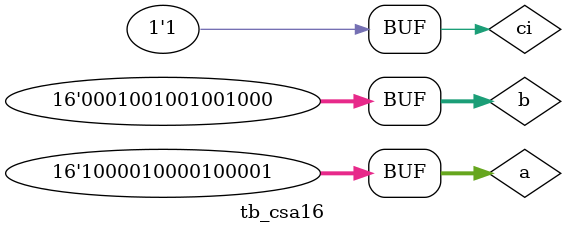
<source format=v>
`timescale 1ns/1ps

module tb_csa16();

reg [15:0] a, b;
reg ci;
wire [15:0] s;
wire co;

csa16 U0(.a(a), .b(b), .ci(ci), .s(s), .co(co));

initial begin
	#10 a = 16'b1000_0100_0010_0001; b = 16'b0001_0010_0100_1000; ci = 1'b0;
	#100 a = 16'b1000_0100_0010_0001; b = 16'b0001_0010_0100_1000; ci = 1'b1;
end
endmodule
</source>
